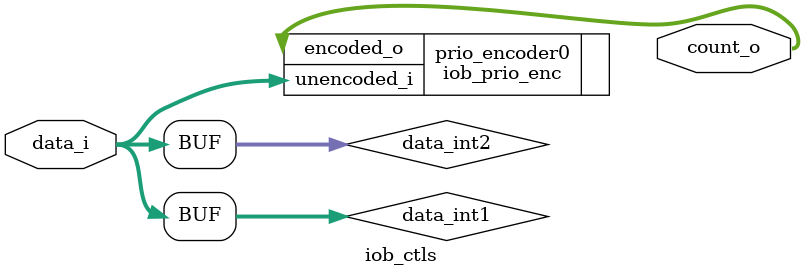
<source format=v>
/*****************************************************************************

  Description: IOB_CTLS Count Trailing/Leading Symbols

  Copyright (C) 2020 IObundle, Lda  All rights reserved

******************************************************************************/
`timescale 1ns / 1ps

module iob_ctls #(
   parameter W      = 21,
   parameter MODE   = 0,   //trailing (0), leading (1)
   parameter SYMBOL = 0    //search zeros (0), search ones (1)
) (
   input [ W-1:0]           data_i,
   output [$clog2(W+1)-1:0] count_o
);

   //invert if searching zeros or not
   wire [W-1:0] data_int1;
   generate
      if (SYMBOL == 0) begin : g_zeros
         assign data_int1 = data_i;
      end else begin : g_ones
         assign data_int1 = ~data_i;
      end
   endgenerate

   // reverse if leading symbols or not
   wire [W-1:0] data_int2;
   generate
      if (MODE == 1) begin : g_reverse
         iob_reverse #(W) reverse0 (
            .data_i(data_int1),
            .data_o(data_int2)
         );
      end else begin : g_noreverse
         assign data_int2 = data_int1;
      end
   endgenerate

   //count trailing zeros
   iob_prio_enc #(
      .W   (W),
      .MODE("LOW")
   ) prio_encoder0 (
      .unencoded_i(data_int2),
      .encoded_o  (count_o)
   );

endmodule

</source>
